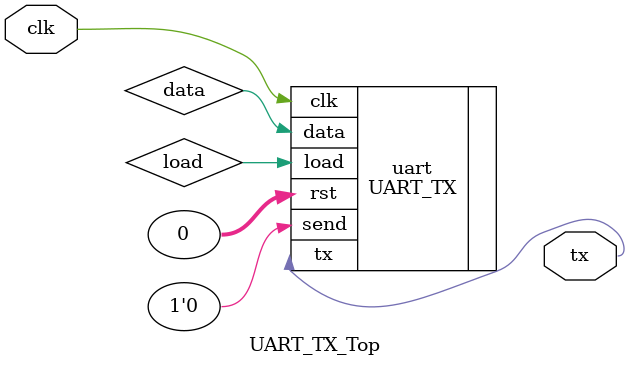
<source format=v>
module UART_TX_Top (
    input clk,
    output tx
);

    parameter CLK_FREQ = 27000000;
    parameter SEND_INTERVAL = CLK_FREQ;  // 1 second

    UART_TX uart (
        .clk(clk),
        .rst(0),
        .data(data),
        .load(load),
        .send(1'b0),   // 'send' input is not used in the revised UART_TX; removed for simplicity
        .tx(tx)
    );


    

endmodule

</source>
